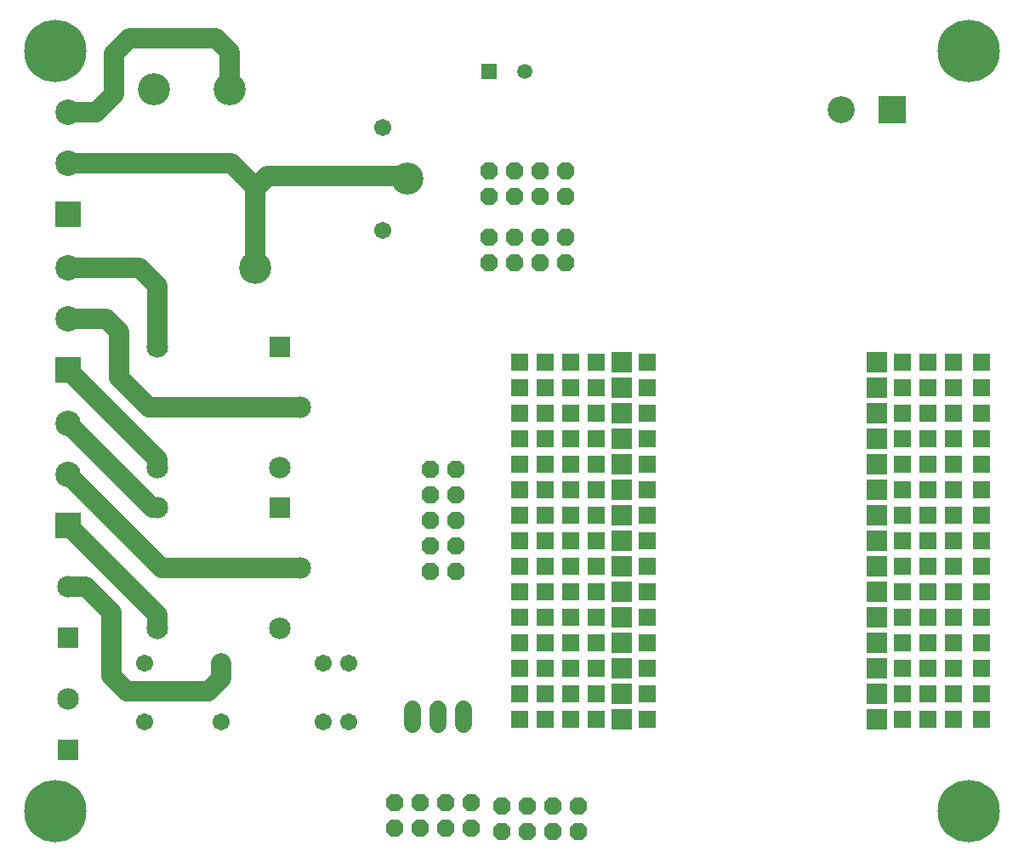
<source format=gbr>
G04 EAGLE Gerber RS-274X export*
G75*
%MOMM*%
%FSLAX34Y34*%
%LPD*%
%INSoldermask Bottom*%
%IPPOS*%
%AMOC8*
5,1,8,0,0,1.08239X$1,22.5*%
G01*
%ADD10C,2.000000*%
%ADD11R,2.133600X2.133600*%
%ADD12C,3.203200*%
%ADD13C,1.711200*%
%ADD14R,2.153200X2.153200*%
%ADD15C,2.153200*%
%ADD16R,1.511200X1.511200*%
%ADD17C,1.511200*%
%ADD18C,6.203200*%
%ADD19P,1.869504X8X292.500000*%
%ADD20R,1.727200X1.727200*%
%ADD21C,1.727200*%
%ADD22P,1.869504X8X22.500000*%
%ADD23R,2.678200X2.678200*%
%ADD24C,2.678200*%
%ADD25R,2.528200X2.528200*%
%ADD26C,2.528200*%


D10*
X99060Y914400D02*
X99060Y955040D01*
X214160Y956780D02*
X214160Y919480D01*
X214160Y956780D02*
X200660Y970280D01*
X114300Y970280D01*
X99060Y955040D01*
X99060Y914400D02*
X81280Y896620D01*
X53340Y896620D01*
X53340Y845820D02*
X215900Y845820D01*
X239160Y822560D01*
X239160Y820820D02*
X239160Y741480D01*
X239160Y820820D02*
X251460Y833120D01*
X239160Y822560D02*
X239160Y820820D01*
X251460Y833120D02*
X388520Y833120D01*
X124460Y741680D02*
X53340Y741680D01*
X124460Y741680D02*
X142160Y723980D01*
X142160Y662940D01*
X91440Y690880D02*
X53340Y690880D01*
X91440Y690880D02*
X104140Y678180D01*
X104140Y632460D01*
X133660Y602940D01*
X284160Y602940D01*
X142160Y551260D02*
X53340Y640080D01*
X142160Y551260D02*
X142160Y542940D01*
X137160Y502920D02*
X53340Y586740D01*
X137160Y502920D02*
X142160Y502920D01*
X146360Y442920D02*
X53340Y535940D01*
X146360Y442920D02*
X284160Y442920D01*
X142160Y396320D02*
X53340Y485140D01*
X142160Y396320D02*
X142160Y382920D01*
X96520Y398780D02*
X71120Y424180D01*
X96520Y398780D02*
X96520Y335280D01*
X111760Y320040D02*
X193040Y320040D01*
X111760Y320040D02*
X96520Y335280D01*
X193040Y320040D02*
X205740Y332740D01*
X205740Y347980D01*
X71120Y424180D02*
X53340Y424180D01*
D11*
X858520Y292100D03*
X858520Y317500D03*
X858520Y342900D03*
X858520Y368300D03*
X858520Y393700D03*
X858520Y419100D03*
X858520Y444500D03*
X858520Y469900D03*
X858520Y495300D03*
X858520Y520700D03*
X858520Y546100D03*
X858520Y571500D03*
X858520Y596900D03*
X858520Y622300D03*
X858520Y647700D03*
X604520Y292100D03*
X604520Y317500D03*
X604520Y342900D03*
X604520Y368300D03*
X604520Y393700D03*
X604520Y419100D03*
X604520Y444500D03*
X604520Y469900D03*
X604520Y495300D03*
X604520Y520700D03*
X604520Y546100D03*
X604520Y571500D03*
X604520Y596900D03*
X604520Y622300D03*
X604520Y647700D03*
D12*
X391160Y830480D03*
X239160Y741480D03*
X214160Y919480D03*
X138160Y919480D03*
D13*
X366160Y779480D03*
X366160Y881480D03*
D14*
X264160Y662940D03*
D15*
X142160Y662940D03*
X142160Y542940D03*
X264160Y542940D03*
X284160Y602940D03*
D13*
X129540Y347980D03*
X205740Y347980D03*
X307340Y347980D03*
X332740Y347980D03*
D16*
X472440Y937260D03*
D17*
X507440Y937260D03*
D18*
X40640Y957580D03*
X949960Y957580D03*
X949960Y200660D03*
X40640Y200660D03*
D14*
X264160Y502920D03*
D15*
X142160Y502920D03*
X142160Y382920D03*
X264160Y382920D03*
X284160Y442920D03*
D13*
X129540Y289560D03*
X205740Y289560D03*
X307340Y289560D03*
X332740Y289560D03*
D19*
X414020Y541020D03*
X439420Y541020D03*
X414020Y515620D03*
X439420Y515620D03*
X414020Y490220D03*
X439420Y490220D03*
X414020Y464820D03*
X439420Y464820D03*
X414020Y439420D03*
X439420Y439420D03*
D20*
X909320Y292100D03*
X909320Y317500D03*
X909320Y342900D03*
X909320Y368300D03*
X909320Y393700D03*
X909320Y419100D03*
X909320Y444500D03*
X909320Y469900D03*
X909320Y495300D03*
X909320Y520700D03*
X909320Y546100D03*
X909320Y571500D03*
X909320Y596900D03*
X909320Y622300D03*
X909320Y647700D03*
X553720Y292100D03*
X553720Y317500D03*
X553720Y342900D03*
X553720Y368300D03*
X553720Y393700D03*
X553720Y419100D03*
X553720Y444500D03*
X553720Y469900D03*
X553720Y495300D03*
X553720Y520700D03*
X553720Y546100D03*
X553720Y571500D03*
X553720Y596900D03*
X553720Y622300D03*
X553720Y647700D03*
X528320Y647700D03*
X528320Y622300D03*
X528320Y596900D03*
X528320Y571500D03*
X528320Y546100D03*
X528320Y520700D03*
X528320Y495300D03*
X528320Y469900D03*
X528320Y444500D03*
X528320Y419100D03*
X528320Y393700D03*
X528320Y368300D03*
X528320Y342900D03*
X528320Y317500D03*
X528320Y292100D03*
X934720Y292100D03*
X934720Y317500D03*
X934720Y342900D03*
X934720Y368300D03*
X934720Y393700D03*
X934720Y419100D03*
X934720Y444500D03*
X934720Y469900D03*
X934720Y495300D03*
X934720Y520700D03*
X934720Y546100D03*
X934720Y571500D03*
X934720Y596900D03*
X934720Y622300D03*
X934720Y647700D03*
X962660Y647700D03*
X962660Y622300D03*
X962660Y596900D03*
X962660Y571500D03*
X962660Y546100D03*
X962660Y520700D03*
X962660Y495300D03*
X962660Y469900D03*
X962660Y444500D03*
X962660Y419100D03*
X962660Y393700D03*
X962660Y368300D03*
X962660Y342900D03*
X962660Y317500D03*
X962660Y292100D03*
X502920Y647700D03*
X502920Y622300D03*
X502920Y596900D03*
X502920Y571500D03*
X502920Y546100D03*
X502920Y520700D03*
X502920Y495300D03*
X502920Y469900D03*
X502920Y444500D03*
X502920Y419100D03*
X502920Y393700D03*
X502920Y368300D03*
X502920Y342900D03*
X502920Y317500D03*
X502920Y292100D03*
D21*
X447040Y287020D02*
X447040Y302260D01*
X421640Y302260D02*
X421640Y287020D01*
X396240Y287020D02*
X396240Y302260D01*
D22*
X378460Y184150D03*
X378460Y209550D03*
X403860Y184150D03*
X403860Y209550D03*
X429260Y184150D03*
X429260Y209550D03*
X454660Y184150D03*
X454660Y209550D03*
X485140Y180340D03*
X485140Y205740D03*
X510540Y180340D03*
X510540Y205740D03*
X535940Y180340D03*
X535940Y205740D03*
X561340Y180340D03*
X561340Y205740D03*
X472440Y812800D03*
X472440Y838200D03*
X497840Y812800D03*
X497840Y838200D03*
X523240Y812800D03*
X523240Y838200D03*
X548640Y812800D03*
X548640Y838200D03*
D23*
X873760Y899160D03*
D24*
X822960Y899160D03*
D20*
X883920Y292100D03*
X883920Y317500D03*
X883920Y342900D03*
X883920Y368300D03*
X883920Y393700D03*
X883920Y419100D03*
X883920Y444500D03*
X883920Y469900D03*
X883920Y495300D03*
X883920Y520700D03*
X883920Y546100D03*
X883920Y571500D03*
X883920Y596900D03*
X883920Y622300D03*
X883920Y647700D03*
X579120Y292100D03*
X579120Y317500D03*
X579120Y342900D03*
X579120Y368300D03*
X579120Y393700D03*
X579120Y419100D03*
X579120Y444500D03*
X579120Y469900D03*
X579120Y495300D03*
X579120Y520700D03*
X579120Y546100D03*
X579120Y571500D03*
X579120Y596900D03*
X579120Y622300D03*
X579120Y647700D03*
X629920Y292100D03*
X629920Y317500D03*
X629920Y342900D03*
X629920Y368300D03*
X629920Y393700D03*
X629920Y419100D03*
X629920Y444500D03*
X629920Y469900D03*
X629920Y495300D03*
X629920Y520700D03*
X629920Y546100D03*
X629920Y571500D03*
X629920Y596900D03*
X629920Y622300D03*
X629920Y647700D03*
D22*
X472440Y746760D03*
X472440Y772160D03*
X497840Y746760D03*
X497840Y772160D03*
X523240Y746760D03*
X523240Y772160D03*
X548640Y746760D03*
X548640Y772160D03*
D25*
X53340Y795020D03*
D26*
X53340Y845820D03*
X53340Y896620D03*
D25*
X53340Y640080D03*
D26*
X53340Y690880D03*
X53340Y741680D03*
D25*
X53340Y485140D03*
D26*
X53340Y535940D03*
X53340Y586740D03*
D14*
X53340Y373380D03*
D15*
X53340Y424180D03*
D14*
X53340Y261620D03*
D15*
X53340Y312420D03*
M02*

</source>
